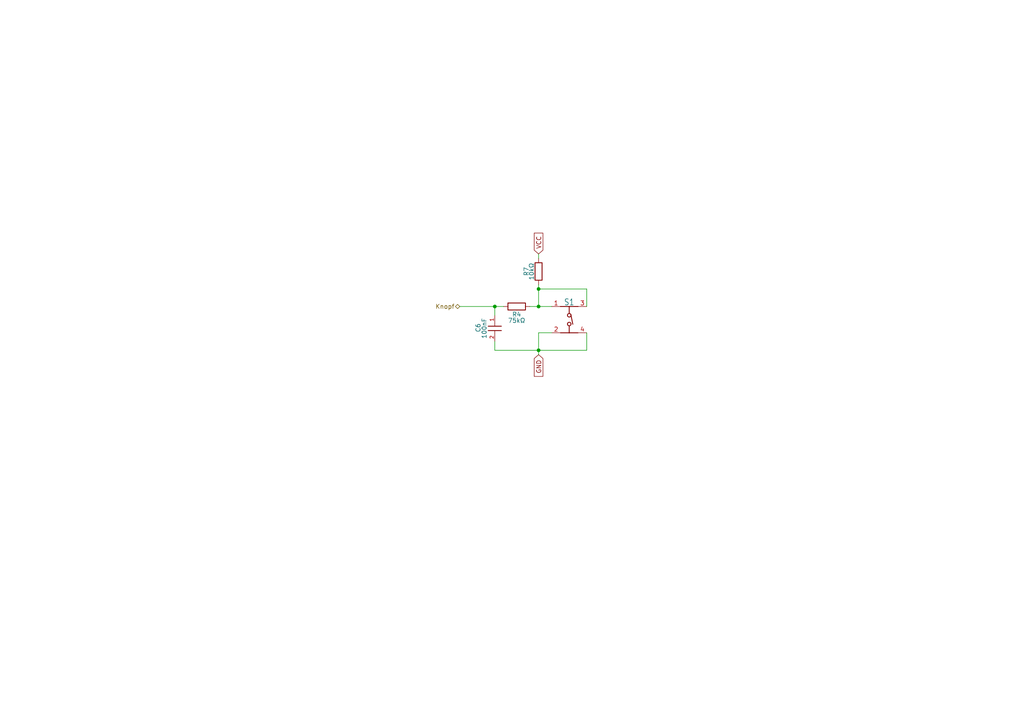
<source format=kicad_sch>
(kicad_sch (version 20231120) (generator "eeschema") (generator_version "8.0")
  (paper "A4")
  (lib_symbols
    (symbol "Device:R" (pin_numbers hide) (pin_names (offset 0))
      (property "Reference" "R" (at 2.032 0 90))
      (property "Value" "R" (at 0 0 90))
      (symbol "R_0_1"
        (rectangle (start -1.016 -2.54) (end 1.016 2.54) (stroke (width 0.254)))
      )
      (symbol "R_1_1"
        (pin passive line (at 0 3.81 270) (length 1.27) (name "~") (number "1"))
        (pin passive line (at 0 -3.81 90) (length 1.27) (name "~") (number "2"))
      )
    )
    (symbol "Projektarbeit_button:430182050816"
      (property "Reference" "S" (at 0 5.842 0))
      (symbol "430182050816_1_0"
        (polyline (pts (xy 0 -2.54) (xy -2.54 -2.54)) (stroke (width 0.254)))
        (polyline (pts (xy 0 -2.54) (xy 0 -0.635)) (stroke (width 0.254)))
        (polyline (pts (xy 0 3.175) (xy 0 5.08)) (stroke (width 0.254)))
        (polyline (pts (xy 0 5.08) (xy -2.54 5.08)) (stroke (width 0.254)))
        (polyline (pts (xy 0.47 2.74) (xy 1.04 -0.07)) (stroke (width 0.254)))
        (polyline (pts (xy 2.54 -2.54) (xy 0 -2.54)) (stroke (width 0.254)))
        (polyline (pts (xy 2.54 5.08) (xy 0 5.08)) (stroke (width 0.254)))
        (circle (center 0 0) (radius 0.508) (stroke (width 0.254)))
        (circle (center 0 2.54) (radius 0.508) (stroke (width 0.254)))
        (pin passive line (at -5.08 5.08 0) (length 2.54) (name "1") (number "1"))
        (pin passive line (at -5.08 -2.54 0) (length 2.54) (name "2") (number "2"))
        (pin passive line (at 5.08 5.08 180) (length 2.54) (name "3") (number "3"))
        (pin passive line (at 5.08 -2.54 180) (length 2.54) (name "4") (number "4"))
      )
    )
    (symbol "WCAP-CSGP_1210_H2.0:WCAP-CSGP_1210_H2.0" (pin_names (offset 1.016))
      (property "Reference" "C" (at 1.27 2.54 0))
      (property "Value" "WCAP-CSGP_1210_H2.0" (at 1.27 -5.08 0))
      (symbol "WCAP-CSGP_1210_H2.0_0_0"
        (polyline (pts (xy 0 0) (xy 0.6426 0)) (stroke (width 0.1524)))
        (polyline (pts (xy 0.635 -1.905) (xy 0.635 1.905)) (stroke (width 0.254)))
        (polyline (pts (xy 1.905 1.905) (xy 1.905 -1.905)) (stroke (width 0.254)))
        (polyline (pts (xy 1.9279 0) (xy 2.5705 0)) (stroke (width 0.1524)))
        (pin passive line (at -2.54 0 0) (length 2.54) (name "~") (number "1"))
        (pin passive line (at 5.08 0 180) (length 2.54) (name "~") (number "2"))
      )
    )
  )
  (junction (at 156.21 83.82))
  (junction (at 143.51 88.9))
  (junction (at 156.21 101.6))
  (junction (at 156.21 88.9))
  (wire (pts (xy 156.21 101.6) (xy 170.18 101.6)))
  (wire (pts (xy 143.51 101.6) (xy 156.21 101.6)))
  (wire (pts (xy 170.18 96.52) (xy 170.18 101.6)))
  (wire (pts (xy 156.21 102.87) (xy 156.21 101.6)))
  (wire (pts (xy 153.67 88.9) (xy 156.21 88.9)))
  (wire (pts (xy 156.21 73.66) (xy 156.21 74.93)))
  (wire (pts (xy 143.51 88.9) (xy 143.51 91.44)))
  (wire (pts (xy 143.51 99.06) (xy 143.51 101.6)))
  (wire (pts (xy 133.35 88.9) (xy 143.51 88.9)))
  (wire (pts (xy 156.21 96.52) (xy 160.02 96.52)))
  (wire (pts (xy 156.21 96.52) (xy 156.21 101.6)))
  (wire (pts (xy 170.18 88.9) (xy 170.18 83.82)))
  (wire (pts (xy 143.51 88.9) (xy 146.05 88.9)))
  (wire (pts (xy 156.21 83.82) (xy 156.21 88.9)))
  (wire (pts (xy 156.21 82.55) (xy 156.21 83.82)))
  (wire (pts (xy 156.21 83.82) (xy 170.18 83.82)))
  (wire (pts (xy 156.21 88.9) (xy 160.02 88.9)))
  (global_label "VCC" (shape input) (at 156.21 73.66 90) (property "Intersheetrefs" "${INTERSHEET_REFS}" (effects (hide yes))))
  (global_label "GND" (shape input) (at 156.21 102.87 270) (property "Intersheetrefs" "${INTERSHEET_REFS}" (effects (hide yes))))
  (hierarchical_label "Knopf" (shape bidirectional) (at 133.35 88.9 180))
  (symbol (lib_id "Projektarbeit_button:430182050816") (at 165.1 93.98 0) (unit 1)
    (property "Reference" "S1" (at 165.1 87.63 0) (effects (font (size 1.778 1.5113))))
    (property "Value" "430182050816" (effects (hide yes)))
    (property "Footprint" "footprints:430182050816" (effects (hide yes)))
    (property "Description" "WS-TASV SMT Tact Switch 6x6 mm  Material Properties Cover Material : Stainless Steel  Properties Actuator Material:LCP Actuator Flammability :UL94 V-0 Rating Actuator Color:Black; Salmon; White Frame Material:LCP Flammability Rating:UL94 V-0 Frame Color:Black Contact Material:Stainless Steel Contact Plating:Silver Terminal Material:Copper Alloy Terminal Plating:Silver VR:12 V (DC) Contact Resistance Initial:100 mΩ Contact Resistance After Life Test:2Ω RISO:100 MΩ Withstanding Voltage:250 V (AC) Washable:No Qty.:4000;5000   Mechanical Properties Electrical Life:400; 550; 1000 Stroke :0.25 mm General Information\n\nOperating Temperature:-40 up to +85 °C Washable:No Packaging Properties\nPackaging:Tape and Reel\n\nhttps://www.we-online.com/catalog/media/o37470v209%20Family_WS-TASV_6x6mm_SMD_Tact_Switch_4301820xx8xx.jpg\n\nDetails see: https://www.we-online.com/catalog/en/TASV_6X6_SMD/ https://www.we-online.com/catalog/en/TASV_6X6_SMD/\n\nUpdated by yingchun,Shan;2020-02-18\n2020(C) Würth Elektronik" (effects (hide yes)))
  )
  (symbol (lib_id "WCAP-CSGP_1210_H2.0:WCAP-CSGP_1210_H2.0") (at 143.51 93.98 270) (unit 1)
    (property "Reference" "C6" (at 138.684 93.726 0) (effects (justify left)))
    (property "Value" "100nF" (at 140.462 92.202 0) (effects (justify left)))
    (property "Footprint" "footprints:WCAP-CSGP_1210_H2.0" (effects (hide yes)))
  )
  (symbol (lib_id "Device:R") (at 149.86 88.9 90) (unit 1)
    (property "Reference" "R4" (at 149.86 91.186 90))
    (property "Value" "75kΩ" (at 149.86 92.964 90))
    (property "Footprint" "Resistor_SMD:R_0805_2012Metric_Pad1.20x1.40mm_HandSolder" (effects (hide yes)))
    (property "Description" "Resistor" (effects (hide yes)))
  )
  (symbol (lib_id "Device:R") (at 156.21 78.74 0) (unit 1)
    (property "Reference" "R7" (at 152.654 78.74 90))
    (property "Value" "10kΩ" (at 154.178 78.74 90))
    (property "Footprint" "Resistor_SMD:R_0805_2012Metric_Pad1.20x1.40mm_HandSolder" (effects (hide yes)))
    (property "Description" "Resistor" (effects (hide yes)))
  )
)
</source>
